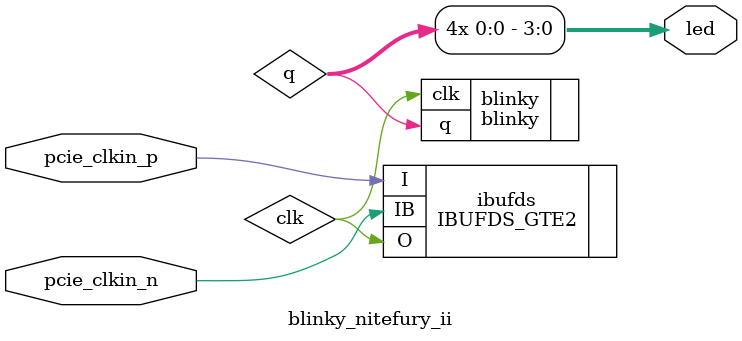
<source format=v>
module blinky_nitefury_ii (
  input wire  pcie_clkin_p,
  input wire  pcie_clkin_n,
  output wire[3:0] led
);
  wire clk;
  wire q;
  IBUFDS_GTE2 ibufds
  (
    .I  (pcie_clkin_p),
    .IB (pcie_clkin_n),
    .O  (clk)
  );

  assign led = {q, q, q, q};

  blinky #(
    .clk_freq_hz(100_000_000)
  ) blinky (
    .clk (clk),
    .q   (q)
  );

endmodule

</source>
